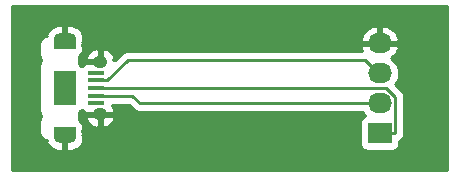
<source format=gbr>
G04 #@! TF.GenerationSoftware,KiCad,Pcbnew,(5.1.5)-3*
G04 #@! TF.CreationDate,2020-03-04T17:43:17+00:00*
G04 #@! TF.ProjectId,test pieces,74657374-2070-4696-9563-65732e6b6963,rev?*
G04 #@! TF.SameCoordinates,Original*
G04 #@! TF.FileFunction,Copper,L1,Top*
G04 #@! TF.FilePolarity,Positive*
%FSLAX46Y46*%
G04 Gerber Fmt 4.6, Leading zero omitted, Abs format (unit mm)*
G04 Created by KiCad (PCBNEW (5.1.5)-3) date 2020-03-04 17:43:17*
%MOMM*%
%LPD*%
G04 APERTURE LIST*
%ADD10O,1.250000X1.050000*%
%ADD11R,1.350000X0.400000*%
%ADD12O,1.900000X1.000000*%
%ADD13R,1.900000X2.900000*%
%ADD14R,1.900000X0.875000*%
%ADD15R,2.030000X1.730000*%
%ADD16O,2.030000X1.730000*%
%ADD17C,0.250000*%
%ADD18C,0.254000*%
G04 APERTURE END LIST*
D10*
X151590000Y-134935000D03*
D11*
X151265000Y-135860000D03*
X151265000Y-136510000D03*
X151265000Y-137160000D03*
X151265000Y-138460000D03*
D10*
X151590000Y-139385000D03*
D12*
X148590000Y-132985000D03*
X148590000Y-141335000D03*
D11*
X151265000Y-137810000D03*
D13*
X148590000Y-137160000D03*
D14*
X148590000Y-140897500D03*
X148590000Y-133422500D03*
D15*
X175260000Y-140970000D03*
D16*
X175260000Y-138430000D03*
X175260000Y-135890000D03*
X175260000Y-133350000D03*
D17*
X175110000Y-135890000D02*
X175260000Y-135890000D01*
X173995000Y-134775000D02*
X175110000Y-135890000D01*
X153925000Y-134775000D02*
X173995000Y-134775000D01*
X152190000Y-136510000D02*
X153925000Y-134775000D01*
X151265000Y-136510000D02*
X152190000Y-136510000D01*
X176525000Y-140970000D02*
X175260000Y-140970000D01*
X176600010Y-140894990D02*
X176525000Y-140970000D01*
X176600010Y-137937082D02*
X176600010Y-140894990D01*
X175822928Y-137160000D02*
X176600010Y-137937082D01*
X151265000Y-137160000D02*
X175822928Y-137160000D01*
X151265000Y-137810000D02*
X154320000Y-137810000D01*
X154940000Y-138430000D02*
X175260000Y-138430000D01*
X154320000Y-137810000D02*
X154940000Y-138430000D01*
D18*
G36*
X180950001Y-144120000D02*
G01*
X144170000Y-144120000D01*
X144170000Y-134360000D01*
X146451686Y-134360000D01*
X146464912Y-134494283D01*
X146504081Y-134623406D01*
X146567688Y-134742407D01*
X146602644Y-134785000D01*
X146567688Y-134827593D01*
X146504081Y-134946594D01*
X146464912Y-135075717D01*
X146451686Y-135210000D01*
X146455000Y-135243647D01*
X146455001Y-139076343D01*
X146451686Y-139110000D01*
X146464912Y-139244283D01*
X146504081Y-139373406D01*
X146567688Y-139492407D01*
X146602644Y-139535000D01*
X146567688Y-139577593D01*
X146504081Y-139696594D01*
X146464912Y-139825717D01*
X146451686Y-139960000D01*
X146455000Y-139993648D01*
X146455001Y-140943647D01*
X146464913Y-141044283D01*
X146504082Y-141173406D01*
X146567689Y-141292407D01*
X146653290Y-141396711D01*
X146757594Y-141482312D01*
X146876595Y-141545919D01*
X147005718Y-141585088D01*
X147056320Y-141590072D01*
X147066247Y-141608645D01*
X147045881Y-141636874D01*
X147125724Y-141859976D01*
X147247631Y-142047764D01*
X147403831Y-142208161D01*
X147588322Y-142335003D01*
X147794013Y-142423415D01*
X148013000Y-142470000D01*
X148463000Y-142470000D01*
X148463000Y-141188000D01*
X148717000Y-141188000D01*
X148717000Y-142470000D01*
X149167000Y-142470000D01*
X149385987Y-142423415D01*
X149591678Y-142335003D01*
X149776169Y-142208161D01*
X149932369Y-142047764D01*
X150054276Y-141859976D01*
X150134119Y-141636874D01*
X150113753Y-141608645D01*
X150129502Y-141579180D01*
X150165048Y-141462002D01*
X150175000Y-141462002D01*
X150175000Y-141366192D01*
X150178072Y-141335000D01*
X150175000Y-141183250D01*
X150088335Y-141096585D01*
X150134119Y-141033126D01*
X150054276Y-140810024D01*
X150023750Y-140763000D01*
X150175000Y-140611750D01*
X150178072Y-140460000D01*
X150165812Y-140335518D01*
X150129502Y-140215820D01*
X150070537Y-140105506D01*
X149991185Y-140008815D01*
X149894494Y-139929463D01*
X149784180Y-139870498D01*
X149772282Y-139866889D01*
X149789602Y-139808040D01*
X149801236Y-139747051D01*
X149812781Y-139690810D01*
X150371036Y-139690810D01*
X150426592Y-139845507D01*
X150536866Y-140044119D01*
X150683768Y-140217401D01*
X150861653Y-140358695D01*
X151063685Y-140462570D01*
X151282100Y-140525035D01*
X151463000Y-140384772D01*
X151463000Y-139512000D01*
X151717000Y-139512000D01*
X151717000Y-140384772D01*
X151897900Y-140525035D01*
X152116315Y-140462570D01*
X152318347Y-140358695D01*
X152496232Y-140217401D01*
X152643134Y-140044119D01*
X152753408Y-139845507D01*
X152808964Y-139690810D01*
X152683163Y-139512000D01*
X151717000Y-139512000D01*
X151463000Y-139512000D01*
X150496837Y-139512000D01*
X150371036Y-139690810D01*
X149812781Y-139690810D01*
X149813719Y-139686243D01*
X149814652Y-139676724D01*
X149814653Y-139676719D01*
X149814653Y-139676713D01*
X149822170Y-139594120D01*
X149821737Y-139532031D01*
X149822170Y-139469942D01*
X149821237Y-139460424D01*
X149812566Y-139377933D01*
X149800078Y-139317102D01*
X149788450Y-139256143D01*
X149785686Y-139246987D01*
X149772120Y-139203160D01*
X149784180Y-139199502D01*
X149894494Y-139140537D01*
X149991185Y-139061185D01*
X150047646Y-138992387D01*
X150059463Y-139014494D01*
X150138815Y-139111185D01*
X150235506Y-139190537D01*
X150345820Y-139249502D01*
X150465518Y-139285812D01*
X150590000Y-139298072D01*
X151940000Y-139298072D01*
X152064482Y-139285812D01*
X152156166Y-139258000D01*
X152683163Y-139258000D01*
X152808964Y-139079190D01*
X152753408Y-138924493D01*
X152643134Y-138725881D01*
X152578072Y-138649135D01*
X152578072Y-138570000D01*
X154005198Y-138570000D01*
X154376205Y-138941008D01*
X154399999Y-138970001D01*
X154428992Y-138993795D01*
X154428996Y-138993799D01*
X154474164Y-139030867D01*
X154515724Y-139064974D01*
X154647753Y-139135546D01*
X154791014Y-139179003D01*
X154902667Y-139190000D01*
X154902676Y-139190000D01*
X154939999Y-139193676D01*
X154977322Y-139190000D01*
X173815398Y-139190000D01*
X173856762Y-139267387D01*
X174044208Y-139495792D01*
X174050030Y-139500570D01*
X174000820Y-139515498D01*
X173890506Y-139574463D01*
X173793815Y-139653815D01*
X173714463Y-139750506D01*
X173655498Y-139860820D01*
X173619188Y-139980518D01*
X173606928Y-140105000D01*
X173606928Y-141835000D01*
X173619188Y-141959482D01*
X173655498Y-142079180D01*
X173714463Y-142189494D01*
X173793815Y-142286185D01*
X173890506Y-142365537D01*
X174000820Y-142424502D01*
X174120518Y-142460812D01*
X174245000Y-142473072D01*
X176275000Y-142473072D01*
X176399482Y-142460812D01*
X176519180Y-142424502D01*
X176629494Y-142365537D01*
X176726185Y-142286185D01*
X176805537Y-142189494D01*
X176864502Y-142079180D01*
X176900812Y-141959482D01*
X176913072Y-141835000D01*
X176913072Y-141624326D01*
X176949276Y-141604974D01*
X177065001Y-141510001D01*
X177088804Y-141480997D01*
X177111007Y-141458794D01*
X177140011Y-141434991D01*
X177234984Y-141319266D01*
X177305556Y-141187237D01*
X177349013Y-141043976D01*
X177360010Y-140932323D01*
X177360010Y-140932313D01*
X177363686Y-140894991D01*
X177360010Y-140857668D01*
X177360010Y-137974405D01*
X177363686Y-137937082D01*
X177360010Y-137899759D01*
X177360010Y-137899749D01*
X177349013Y-137788096D01*
X177305556Y-137644835D01*
X177283825Y-137604180D01*
X177234984Y-137512805D01*
X177163809Y-137426079D01*
X177140011Y-137397081D01*
X177111014Y-137373284D01*
X176573934Y-136836205D01*
X176663238Y-136727387D01*
X176802524Y-136466802D01*
X176888295Y-136184051D01*
X176917257Y-135890000D01*
X176888295Y-135595949D01*
X176802524Y-135313198D01*
X176663238Y-135052613D01*
X176475792Y-134824208D01*
X176247387Y-134636762D01*
X176209297Y-134616402D01*
X176411972Y-134467810D01*
X176610793Y-134250857D01*
X176763469Y-133999284D01*
X176864131Y-133722759D01*
X176866346Y-133709246D01*
X176745224Y-133477000D01*
X175387000Y-133477000D01*
X175387000Y-133497000D01*
X175133000Y-133497000D01*
X175133000Y-133477000D01*
X173774776Y-133477000D01*
X173653654Y-133709246D01*
X173655869Y-133722759D01*
X173756531Y-133999284D01*
X173766069Y-134015000D01*
X153962333Y-134015000D01*
X153925000Y-134011323D01*
X153887667Y-134015000D01*
X153776014Y-134025997D01*
X153632753Y-134069454D01*
X153500724Y-134140026D01*
X153384999Y-134234999D01*
X153361201Y-134263997D01*
X152817200Y-134807998D01*
X152683164Y-134807998D01*
X152808964Y-134629190D01*
X152753408Y-134474493D01*
X152643134Y-134275881D01*
X152496232Y-134102599D01*
X152318347Y-133961305D01*
X152116315Y-133857430D01*
X151897900Y-133794965D01*
X151717000Y-133935228D01*
X151717000Y-134808000D01*
X151737000Y-134808000D01*
X151737000Y-135023531D01*
X151550750Y-135025000D01*
X151493750Y-135082000D01*
X151463000Y-135082000D01*
X151463000Y-135062000D01*
X151016250Y-135062000D01*
X150979250Y-135025000D01*
X150600205Y-135022010D01*
X150475543Y-135032278D01*
X150355279Y-135066669D01*
X150244036Y-135123861D01*
X150146088Y-135201657D01*
X150065200Y-135297067D01*
X150048000Y-135328044D01*
X149991185Y-135258815D01*
X149894494Y-135179463D01*
X149784180Y-135120498D01*
X149772282Y-135116889D01*
X149789602Y-135058040D01*
X149801236Y-134997051D01*
X149813719Y-134936243D01*
X149814652Y-134926724D01*
X149814653Y-134926719D01*
X149814653Y-134926713D01*
X149822170Y-134844120D01*
X149821737Y-134782031D01*
X149822170Y-134719942D01*
X149821237Y-134710424D01*
X149812699Y-134629190D01*
X150371036Y-134629190D01*
X150496837Y-134808000D01*
X151463000Y-134808000D01*
X151463000Y-133935228D01*
X151282100Y-133794965D01*
X151063685Y-133857430D01*
X150861653Y-133961305D01*
X150683768Y-134102599D01*
X150536866Y-134275881D01*
X150426592Y-134474493D01*
X150371036Y-134629190D01*
X149812699Y-134629190D01*
X149812566Y-134627933D01*
X149800078Y-134567102D01*
X149788450Y-134506143D01*
X149785686Y-134496987D01*
X149772120Y-134453160D01*
X149784180Y-134449502D01*
X149894494Y-134390537D01*
X149991185Y-134311185D01*
X150070537Y-134214494D01*
X150129502Y-134104180D01*
X150165812Y-133984482D01*
X150178072Y-133860000D01*
X150175000Y-133708250D01*
X150023750Y-133557000D01*
X150054276Y-133509976D01*
X150134119Y-133286874D01*
X150088335Y-133223415D01*
X150175000Y-133136750D01*
X150177955Y-132990754D01*
X173653654Y-132990754D01*
X173774776Y-133223000D01*
X175133000Y-133223000D01*
X175133000Y-132007778D01*
X175387000Y-132007778D01*
X175387000Y-133223000D01*
X176745224Y-133223000D01*
X176866346Y-132990754D01*
X176864131Y-132977241D01*
X176763469Y-132700716D01*
X176610793Y-132449143D01*
X176411972Y-132232190D01*
X176174645Y-132058193D01*
X175907934Y-131933840D01*
X175622087Y-131863909D01*
X175387000Y-132007778D01*
X175133000Y-132007778D01*
X174897913Y-131863909D01*
X174612066Y-131933840D01*
X174345355Y-132058193D01*
X174108028Y-132232190D01*
X173909207Y-132449143D01*
X173756531Y-132700716D01*
X173655869Y-132977241D01*
X173653654Y-132990754D01*
X150177955Y-132990754D01*
X150178072Y-132985000D01*
X150175000Y-132953808D01*
X150175000Y-132857998D01*
X150165048Y-132857998D01*
X150129502Y-132740820D01*
X150113753Y-132711355D01*
X150134119Y-132683126D01*
X150054276Y-132460024D01*
X149932369Y-132272236D01*
X149776169Y-132111839D01*
X149591678Y-131984997D01*
X149385987Y-131896585D01*
X149167000Y-131850000D01*
X148717000Y-131850000D01*
X148717000Y-133132000D01*
X148463000Y-133132000D01*
X148463000Y-131850000D01*
X148013000Y-131850000D01*
X147794013Y-131896585D01*
X147588322Y-131984997D01*
X147403831Y-132111839D01*
X147247631Y-132272236D01*
X147125724Y-132460024D01*
X147045881Y-132683126D01*
X147066247Y-132711355D01*
X147056320Y-132729928D01*
X147005717Y-132734912D01*
X146876594Y-132774081D01*
X146757593Y-132837688D01*
X146653289Y-132923290D01*
X146567688Y-133027594D01*
X146504081Y-133146595D01*
X146464912Y-133275718D01*
X146455000Y-133376354D01*
X146455001Y-134326344D01*
X146451686Y-134360000D01*
X144170000Y-134360000D01*
X144170000Y-130200000D01*
X180950000Y-130200000D01*
X180950001Y-144120000D01*
G37*
X180950001Y-144120000D02*
X144170000Y-144120000D01*
X144170000Y-134360000D01*
X146451686Y-134360000D01*
X146464912Y-134494283D01*
X146504081Y-134623406D01*
X146567688Y-134742407D01*
X146602644Y-134785000D01*
X146567688Y-134827593D01*
X146504081Y-134946594D01*
X146464912Y-135075717D01*
X146451686Y-135210000D01*
X146455000Y-135243647D01*
X146455001Y-139076343D01*
X146451686Y-139110000D01*
X146464912Y-139244283D01*
X146504081Y-139373406D01*
X146567688Y-139492407D01*
X146602644Y-139535000D01*
X146567688Y-139577593D01*
X146504081Y-139696594D01*
X146464912Y-139825717D01*
X146451686Y-139960000D01*
X146455000Y-139993648D01*
X146455001Y-140943647D01*
X146464913Y-141044283D01*
X146504082Y-141173406D01*
X146567689Y-141292407D01*
X146653290Y-141396711D01*
X146757594Y-141482312D01*
X146876595Y-141545919D01*
X147005718Y-141585088D01*
X147056320Y-141590072D01*
X147066247Y-141608645D01*
X147045881Y-141636874D01*
X147125724Y-141859976D01*
X147247631Y-142047764D01*
X147403831Y-142208161D01*
X147588322Y-142335003D01*
X147794013Y-142423415D01*
X148013000Y-142470000D01*
X148463000Y-142470000D01*
X148463000Y-141188000D01*
X148717000Y-141188000D01*
X148717000Y-142470000D01*
X149167000Y-142470000D01*
X149385987Y-142423415D01*
X149591678Y-142335003D01*
X149776169Y-142208161D01*
X149932369Y-142047764D01*
X150054276Y-141859976D01*
X150134119Y-141636874D01*
X150113753Y-141608645D01*
X150129502Y-141579180D01*
X150165048Y-141462002D01*
X150175000Y-141462002D01*
X150175000Y-141366192D01*
X150178072Y-141335000D01*
X150175000Y-141183250D01*
X150088335Y-141096585D01*
X150134119Y-141033126D01*
X150054276Y-140810024D01*
X150023750Y-140763000D01*
X150175000Y-140611750D01*
X150178072Y-140460000D01*
X150165812Y-140335518D01*
X150129502Y-140215820D01*
X150070537Y-140105506D01*
X149991185Y-140008815D01*
X149894494Y-139929463D01*
X149784180Y-139870498D01*
X149772282Y-139866889D01*
X149789602Y-139808040D01*
X149801236Y-139747051D01*
X149812781Y-139690810D01*
X150371036Y-139690810D01*
X150426592Y-139845507D01*
X150536866Y-140044119D01*
X150683768Y-140217401D01*
X150861653Y-140358695D01*
X151063685Y-140462570D01*
X151282100Y-140525035D01*
X151463000Y-140384772D01*
X151463000Y-139512000D01*
X151717000Y-139512000D01*
X151717000Y-140384772D01*
X151897900Y-140525035D01*
X152116315Y-140462570D01*
X152318347Y-140358695D01*
X152496232Y-140217401D01*
X152643134Y-140044119D01*
X152753408Y-139845507D01*
X152808964Y-139690810D01*
X152683163Y-139512000D01*
X151717000Y-139512000D01*
X151463000Y-139512000D01*
X150496837Y-139512000D01*
X150371036Y-139690810D01*
X149812781Y-139690810D01*
X149813719Y-139686243D01*
X149814652Y-139676724D01*
X149814653Y-139676719D01*
X149814653Y-139676713D01*
X149822170Y-139594120D01*
X149821737Y-139532031D01*
X149822170Y-139469942D01*
X149821237Y-139460424D01*
X149812566Y-139377933D01*
X149800078Y-139317102D01*
X149788450Y-139256143D01*
X149785686Y-139246987D01*
X149772120Y-139203160D01*
X149784180Y-139199502D01*
X149894494Y-139140537D01*
X149991185Y-139061185D01*
X150047646Y-138992387D01*
X150059463Y-139014494D01*
X150138815Y-139111185D01*
X150235506Y-139190537D01*
X150345820Y-139249502D01*
X150465518Y-139285812D01*
X150590000Y-139298072D01*
X151940000Y-139298072D01*
X152064482Y-139285812D01*
X152156166Y-139258000D01*
X152683163Y-139258000D01*
X152808964Y-139079190D01*
X152753408Y-138924493D01*
X152643134Y-138725881D01*
X152578072Y-138649135D01*
X152578072Y-138570000D01*
X154005198Y-138570000D01*
X154376205Y-138941008D01*
X154399999Y-138970001D01*
X154428992Y-138993795D01*
X154428996Y-138993799D01*
X154474164Y-139030867D01*
X154515724Y-139064974D01*
X154647753Y-139135546D01*
X154791014Y-139179003D01*
X154902667Y-139190000D01*
X154902676Y-139190000D01*
X154939999Y-139193676D01*
X154977322Y-139190000D01*
X173815398Y-139190000D01*
X173856762Y-139267387D01*
X174044208Y-139495792D01*
X174050030Y-139500570D01*
X174000820Y-139515498D01*
X173890506Y-139574463D01*
X173793815Y-139653815D01*
X173714463Y-139750506D01*
X173655498Y-139860820D01*
X173619188Y-139980518D01*
X173606928Y-140105000D01*
X173606928Y-141835000D01*
X173619188Y-141959482D01*
X173655498Y-142079180D01*
X173714463Y-142189494D01*
X173793815Y-142286185D01*
X173890506Y-142365537D01*
X174000820Y-142424502D01*
X174120518Y-142460812D01*
X174245000Y-142473072D01*
X176275000Y-142473072D01*
X176399482Y-142460812D01*
X176519180Y-142424502D01*
X176629494Y-142365537D01*
X176726185Y-142286185D01*
X176805537Y-142189494D01*
X176864502Y-142079180D01*
X176900812Y-141959482D01*
X176913072Y-141835000D01*
X176913072Y-141624326D01*
X176949276Y-141604974D01*
X177065001Y-141510001D01*
X177088804Y-141480997D01*
X177111007Y-141458794D01*
X177140011Y-141434991D01*
X177234984Y-141319266D01*
X177305556Y-141187237D01*
X177349013Y-141043976D01*
X177360010Y-140932323D01*
X177360010Y-140932313D01*
X177363686Y-140894991D01*
X177360010Y-140857668D01*
X177360010Y-137974405D01*
X177363686Y-137937082D01*
X177360010Y-137899759D01*
X177360010Y-137899749D01*
X177349013Y-137788096D01*
X177305556Y-137644835D01*
X177283825Y-137604180D01*
X177234984Y-137512805D01*
X177163809Y-137426079D01*
X177140011Y-137397081D01*
X177111014Y-137373284D01*
X176573934Y-136836205D01*
X176663238Y-136727387D01*
X176802524Y-136466802D01*
X176888295Y-136184051D01*
X176917257Y-135890000D01*
X176888295Y-135595949D01*
X176802524Y-135313198D01*
X176663238Y-135052613D01*
X176475792Y-134824208D01*
X176247387Y-134636762D01*
X176209297Y-134616402D01*
X176411972Y-134467810D01*
X176610793Y-134250857D01*
X176763469Y-133999284D01*
X176864131Y-133722759D01*
X176866346Y-133709246D01*
X176745224Y-133477000D01*
X175387000Y-133477000D01*
X175387000Y-133497000D01*
X175133000Y-133497000D01*
X175133000Y-133477000D01*
X173774776Y-133477000D01*
X173653654Y-133709246D01*
X173655869Y-133722759D01*
X173756531Y-133999284D01*
X173766069Y-134015000D01*
X153962333Y-134015000D01*
X153925000Y-134011323D01*
X153887667Y-134015000D01*
X153776014Y-134025997D01*
X153632753Y-134069454D01*
X153500724Y-134140026D01*
X153384999Y-134234999D01*
X153361201Y-134263997D01*
X152817200Y-134807998D01*
X152683164Y-134807998D01*
X152808964Y-134629190D01*
X152753408Y-134474493D01*
X152643134Y-134275881D01*
X152496232Y-134102599D01*
X152318347Y-133961305D01*
X152116315Y-133857430D01*
X151897900Y-133794965D01*
X151717000Y-133935228D01*
X151717000Y-134808000D01*
X151737000Y-134808000D01*
X151737000Y-135023531D01*
X151550750Y-135025000D01*
X151493750Y-135082000D01*
X151463000Y-135082000D01*
X151463000Y-135062000D01*
X151016250Y-135062000D01*
X150979250Y-135025000D01*
X150600205Y-135022010D01*
X150475543Y-135032278D01*
X150355279Y-135066669D01*
X150244036Y-135123861D01*
X150146088Y-135201657D01*
X150065200Y-135297067D01*
X150048000Y-135328044D01*
X149991185Y-135258815D01*
X149894494Y-135179463D01*
X149784180Y-135120498D01*
X149772282Y-135116889D01*
X149789602Y-135058040D01*
X149801236Y-134997051D01*
X149813719Y-134936243D01*
X149814652Y-134926724D01*
X149814653Y-134926719D01*
X149814653Y-134926713D01*
X149822170Y-134844120D01*
X149821737Y-134782031D01*
X149822170Y-134719942D01*
X149821237Y-134710424D01*
X149812699Y-134629190D01*
X150371036Y-134629190D01*
X150496837Y-134808000D01*
X151463000Y-134808000D01*
X151463000Y-133935228D01*
X151282100Y-133794965D01*
X151063685Y-133857430D01*
X150861653Y-133961305D01*
X150683768Y-134102599D01*
X150536866Y-134275881D01*
X150426592Y-134474493D01*
X150371036Y-134629190D01*
X149812699Y-134629190D01*
X149812566Y-134627933D01*
X149800078Y-134567102D01*
X149788450Y-134506143D01*
X149785686Y-134496987D01*
X149772120Y-134453160D01*
X149784180Y-134449502D01*
X149894494Y-134390537D01*
X149991185Y-134311185D01*
X150070537Y-134214494D01*
X150129502Y-134104180D01*
X150165812Y-133984482D01*
X150178072Y-133860000D01*
X150175000Y-133708250D01*
X150023750Y-133557000D01*
X150054276Y-133509976D01*
X150134119Y-133286874D01*
X150088335Y-133223415D01*
X150175000Y-133136750D01*
X150177955Y-132990754D01*
X173653654Y-132990754D01*
X173774776Y-133223000D01*
X175133000Y-133223000D01*
X175133000Y-132007778D01*
X175387000Y-132007778D01*
X175387000Y-133223000D01*
X176745224Y-133223000D01*
X176866346Y-132990754D01*
X176864131Y-132977241D01*
X176763469Y-132700716D01*
X176610793Y-132449143D01*
X176411972Y-132232190D01*
X176174645Y-132058193D01*
X175907934Y-131933840D01*
X175622087Y-131863909D01*
X175387000Y-132007778D01*
X175133000Y-132007778D01*
X174897913Y-131863909D01*
X174612066Y-131933840D01*
X174345355Y-132058193D01*
X174108028Y-132232190D01*
X173909207Y-132449143D01*
X173756531Y-132700716D01*
X173655869Y-132977241D01*
X173653654Y-132990754D01*
X150177955Y-132990754D01*
X150178072Y-132985000D01*
X150175000Y-132953808D01*
X150175000Y-132857998D01*
X150165048Y-132857998D01*
X150129502Y-132740820D01*
X150113753Y-132711355D01*
X150134119Y-132683126D01*
X150054276Y-132460024D01*
X149932369Y-132272236D01*
X149776169Y-132111839D01*
X149591678Y-131984997D01*
X149385987Y-131896585D01*
X149167000Y-131850000D01*
X148717000Y-131850000D01*
X148717000Y-133132000D01*
X148463000Y-133132000D01*
X148463000Y-131850000D01*
X148013000Y-131850000D01*
X147794013Y-131896585D01*
X147588322Y-131984997D01*
X147403831Y-132111839D01*
X147247631Y-132272236D01*
X147125724Y-132460024D01*
X147045881Y-132683126D01*
X147066247Y-132711355D01*
X147056320Y-132729928D01*
X147005717Y-132734912D01*
X146876594Y-132774081D01*
X146757593Y-132837688D01*
X146653289Y-132923290D01*
X146567688Y-133027594D01*
X146504081Y-133146595D01*
X146464912Y-133275718D01*
X146455000Y-133376354D01*
X146455001Y-134326344D01*
X146451686Y-134360000D01*
X144170000Y-134360000D01*
X144170000Y-130200000D01*
X180950000Y-130200000D01*
X180950001Y-144120000D01*
G36*
X148717000Y-137033000D02*
G01*
X148737000Y-137033000D01*
X148737000Y-137287000D01*
X148717000Y-137287000D01*
X148717000Y-137307000D01*
X148463000Y-137307000D01*
X148463000Y-137287000D01*
X148443000Y-137287000D01*
X148443000Y-137033000D01*
X148463000Y-137033000D01*
X148463000Y-137013000D01*
X148717000Y-137013000D01*
X148717000Y-137033000D01*
G37*
X148717000Y-137033000D02*
X148737000Y-137033000D01*
X148737000Y-137287000D01*
X148717000Y-137287000D01*
X148717000Y-137307000D01*
X148463000Y-137307000D01*
X148463000Y-137287000D01*
X148443000Y-137287000D01*
X148443000Y-137033000D01*
X148463000Y-137033000D01*
X148463000Y-137013000D01*
X148717000Y-137013000D01*
X148717000Y-137033000D01*
M02*

</source>
